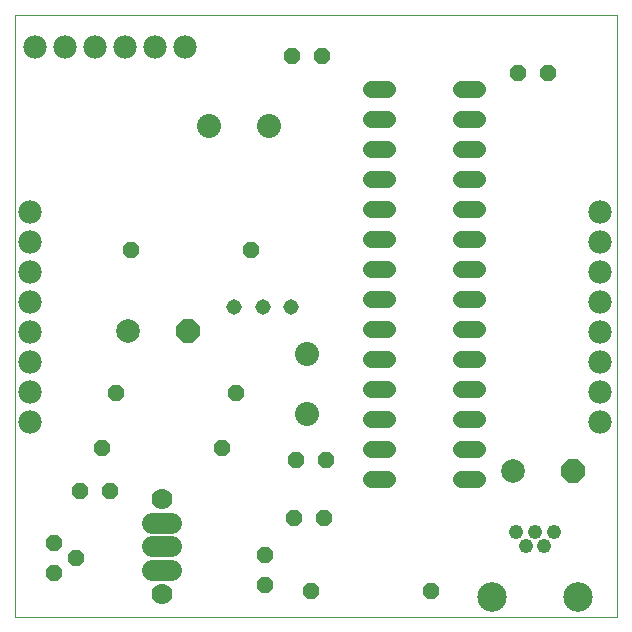
<source format=gbs>
G75*
%MOIN*%
%OFA0B0*%
%FSLAX25Y25*%
%IPPOS*%
%LPD*%
%AMOC8*
5,1,8,0,0,1.08239X$1,22.5*
%
%ADD10C,0.00000*%
%ADD11OC8,0.05600*%
%ADD12C,0.07900*%
%ADD13OC8,0.07900*%
%ADD14C,0.05600*%
%ADD15C,0.07800*%
%ADD16C,0.05156*%
%ADD17C,0.08000*%
%ADD18C,0.06896*%
%ADD19C,0.07000*%
%ADD20C,0.04762*%
%ADD21C,0.09849*%
D10*
X0014920Y0007058D02*
X0014920Y0207846D01*
X0215707Y0207846D01*
X0215707Y0007058D01*
X0014920Y0007058D01*
D11*
X0027747Y0021814D03*
X0035247Y0026814D03*
X0027747Y0031814D03*
X0036693Y0048933D03*
X0046693Y0048933D03*
X0043766Y0063453D03*
X0048604Y0081561D03*
X0083766Y0063453D03*
X0088604Y0081561D03*
X0108452Y0059275D03*
X0118452Y0059275D03*
X0117856Y0040125D03*
X0107856Y0040125D03*
X0098337Y0027584D03*
X0098337Y0017584D03*
X0113443Y0015692D03*
X0153443Y0015692D03*
X0093449Y0129380D03*
X0053449Y0129380D03*
X0107358Y0194187D03*
X0117358Y0194187D03*
X0182496Y0188346D03*
X0192496Y0188346D03*
D12*
X0180963Y0055860D03*
X0052711Y0102372D03*
D13*
X0072711Y0102372D03*
X0200963Y0055860D03*
D14*
X0168927Y0053082D02*
X0163727Y0053082D01*
X0163727Y0063082D02*
X0168927Y0063082D01*
X0168927Y0073082D02*
X0163727Y0073082D01*
X0163727Y0083082D02*
X0168927Y0083082D01*
X0168927Y0093082D02*
X0163727Y0093082D01*
X0163727Y0103082D02*
X0168927Y0103082D01*
X0168927Y0113082D02*
X0163727Y0113082D01*
X0163727Y0123082D02*
X0168927Y0123082D01*
X0168927Y0133082D02*
X0163727Y0133082D01*
X0163727Y0143082D02*
X0168927Y0143082D01*
X0168927Y0153082D02*
X0163727Y0153082D01*
X0163727Y0163082D02*
X0168927Y0163082D01*
X0168927Y0173082D02*
X0163727Y0173082D01*
X0163727Y0183082D02*
X0168927Y0183082D01*
X0138927Y0183082D02*
X0133727Y0183082D01*
X0133727Y0173082D02*
X0138927Y0173082D01*
X0138927Y0163082D02*
X0133727Y0163082D01*
X0133727Y0153082D02*
X0138927Y0153082D01*
X0138927Y0143082D02*
X0133727Y0143082D01*
X0133727Y0133082D02*
X0138927Y0133082D01*
X0138927Y0123082D02*
X0133727Y0123082D01*
X0133727Y0113082D02*
X0138927Y0113082D01*
X0138927Y0103082D02*
X0133727Y0103082D01*
X0133727Y0093082D02*
X0138927Y0093082D01*
X0138927Y0083082D02*
X0133727Y0083082D01*
X0133727Y0073082D02*
X0138927Y0073082D01*
X0138927Y0063082D02*
X0133727Y0063082D01*
X0133727Y0053082D02*
X0138927Y0053082D01*
D15*
X0209920Y0072058D03*
X0209920Y0082058D03*
X0209920Y0092058D03*
X0209920Y0102058D03*
X0209920Y0112058D03*
X0209920Y0122058D03*
X0209920Y0132058D03*
X0209920Y0142058D03*
X0071605Y0197005D03*
X0061605Y0197005D03*
X0051605Y0197005D03*
X0041605Y0197005D03*
X0031605Y0197005D03*
X0021605Y0197005D03*
X0019920Y0142058D03*
X0019920Y0132058D03*
X0019920Y0122058D03*
X0019920Y0112058D03*
X0019920Y0102058D03*
X0019920Y0092058D03*
X0019920Y0082058D03*
X0019920Y0072058D03*
D16*
X0087905Y0110432D03*
X0097511Y0110432D03*
X0106905Y0110432D03*
D17*
X0112114Y0094716D03*
X0112114Y0074716D03*
X0099683Y0170746D03*
X0079683Y0170746D03*
D18*
X0066999Y0038451D02*
X0060503Y0038451D01*
X0060503Y0030577D02*
X0066999Y0030577D01*
X0066999Y0022703D02*
X0060503Y0022703D01*
D19*
X0063751Y0014829D03*
X0063751Y0046325D03*
D20*
X0181920Y0035502D03*
X0185070Y0030778D03*
X0188219Y0035502D03*
X0191369Y0030778D03*
X0194518Y0035502D03*
D21*
X0202589Y0013652D03*
X0173849Y0013652D03*
M02*

</source>
